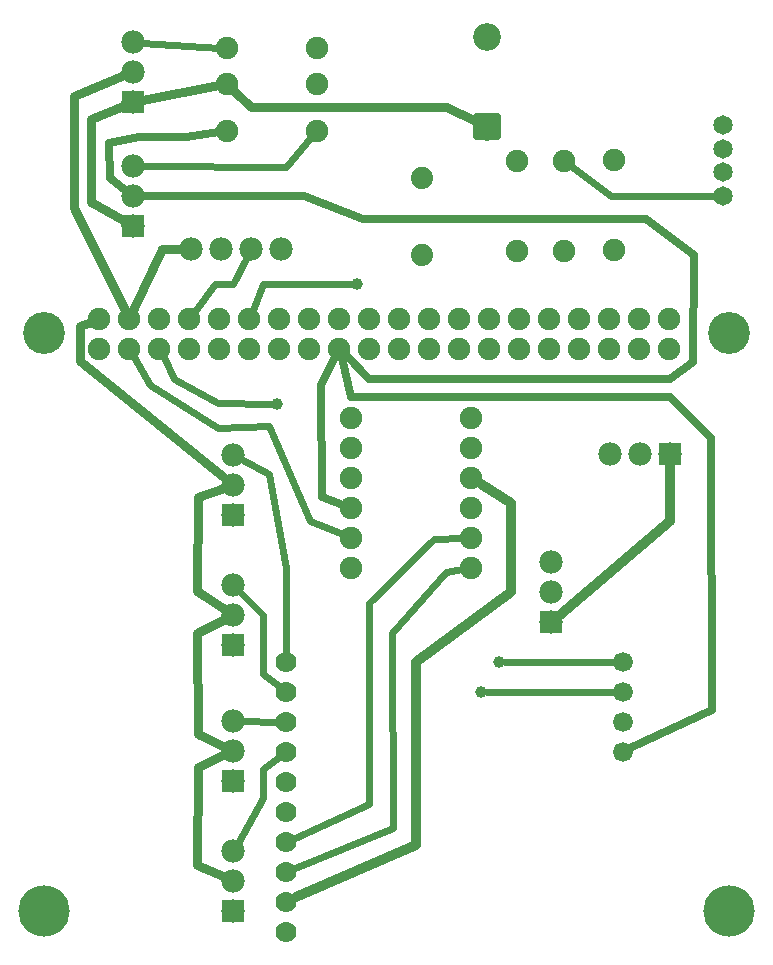
<source format=gbl>
G04 MADE WITH FRITZING*
G04 WWW.FRITZING.ORG*
G04 DOUBLE SIDED*
G04 HOLES PLATED*
G04 CONTOUR ON CENTER OF CONTOUR VECTOR*
%ASAXBY*%
%FSLAX23Y23*%
%MOIN*%
%OFA0B0*%
%SFA1.0B1.0*%
%ADD10C,0.092000*%
%ADD11C,0.171260*%
%ADD12C,0.139764*%
%ADD13C,0.075361*%
%ADD14C,0.074803*%
%ADD15C,0.074000*%
%ADD16C,0.065000*%
%ADD17C,0.066111*%
%ADD18C,0.078000*%
%ADD19C,0.075000*%
%ADD20C,0.070000*%
%ADD21C,0.039370*%
%ADD22R,0.078000X0.078000*%
%ADD23C,0.030000*%
%ADD24C,0.024000*%
%ADD25C,0.032000*%
%ADD26C,0.026000*%
%ADD27C,0.020000*%
%LNCOPPER0*%
G90*
G70*
G54D10*
X1615Y2821D03*
X1615Y3121D03*
X1615Y2821D03*
X1615Y3121D03*
G54D11*
X139Y205D03*
G54D12*
X139Y2134D03*
X2422Y2134D03*
G54D11*
X2422Y205D03*
G54D13*
X323Y2081D03*
X423Y2081D03*
X523Y2081D03*
X623Y2081D03*
X723Y2081D03*
X823Y2081D03*
X923Y2081D03*
X1023Y2081D03*
X1123Y2081D03*
X1223Y2081D03*
X1323Y2081D03*
X1423Y2081D03*
X1523Y2081D03*
X1623Y2081D03*
X1723Y2081D03*
X1823Y2081D03*
X1923Y2081D03*
X2023Y2081D03*
X2123Y2081D03*
X2223Y2081D03*
X2223Y2181D03*
X2123Y2181D03*
X2023Y2181D03*
X1923Y2181D03*
X1823Y2181D03*
X1723Y2181D03*
X1623Y2181D03*
X1523Y2181D03*
X1423Y2181D03*
X1323Y2181D03*
X1223Y2181D03*
X1123Y2181D03*
X1023Y2181D03*
X923Y2181D03*
X823Y2181D03*
X723Y2181D03*
X623Y2181D03*
X523Y2181D03*
X423Y2181D03*
X323Y2181D03*
G54D14*
X1163Y1350D03*
X1163Y1850D03*
X1163Y1750D03*
X1163Y1650D03*
X1163Y1550D03*
X1163Y1450D03*
X1563Y1350D03*
X1563Y1850D03*
X1563Y1750D03*
X1563Y1650D03*
X1563Y1550D03*
X1563Y1450D03*
X1163Y1350D03*
X1163Y1850D03*
X1163Y1750D03*
X1163Y1650D03*
X1163Y1550D03*
X1163Y1450D03*
X1563Y1350D03*
X1563Y1850D03*
X1563Y1750D03*
X1563Y1650D03*
X1563Y1550D03*
X1563Y1450D03*
G54D15*
X1399Y2393D03*
X1399Y2649D03*
X1399Y2393D03*
X1399Y2649D03*
X1399Y2393D03*
X1399Y2649D03*
G54D16*
X2403Y2590D03*
X2403Y2669D03*
X2403Y2747D03*
X2403Y2826D03*
X2403Y2590D03*
X2403Y2669D03*
X2403Y2747D03*
X2403Y2826D03*
G54D17*
X2068Y1038D03*
X2068Y938D03*
X2068Y738D03*
X2068Y838D03*
X2068Y1038D03*
X2068Y938D03*
X2068Y738D03*
X2068Y838D03*
G54D18*
X928Y2413D03*
X828Y2413D03*
X728Y2413D03*
X628Y2413D03*
X928Y2413D03*
X828Y2413D03*
X728Y2413D03*
X628Y2413D03*
G54D19*
X1049Y3082D03*
X749Y3082D03*
X1049Y3082D03*
X749Y3082D03*
X749Y2964D03*
X1049Y2964D03*
X749Y2964D03*
X1049Y2964D03*
X749Y2806D03*
X1049Y2806D03*
X749Y2806D03*
X1049Y2806D03*
X2039Y2410D03*
X2039Y2710D03*
X2039Y2410D03*
X2039Y2710D03*
X1871Y2408D03*
X1871Y2708D03*
X1871Y2408D03*
X1871Y2708D03*
X1714Y2408D03*
X1714Y2708D03*
X1714Y2408D03*
X1714Y2708D03*
G54D18*
X434Y2491D03*
X434Y2591D03*
X434Y2691D03*
X434Y2491D03*
X434Y2591D03*
X434Y2691D03*
X434Y2903D03*
X434Y3003D03*
X434Y3103D03*
X434Y2903D03*
X434Y3003D03*
X434Y3103D03*
X769Y208D03*
X769Y308D03*
X769Y408D03*
X769Y208D03*
X769Y308D03*
X769Y408D03*
X769Y641D03*
X769Y741D03*
X769Y841D03*
X769Y641D03*
X769Y741D03*
X769Y841D03*
X769Y1094D03*
X769Y1194D03*
X769Y1294D03*
X769Y1094D03*
X769Y1194D03*
X769Y1294D03*
X769Y1527D03*
X769Y1627D03*
X769Y1727D03*
X769Y1527D03*
X769Y1627D03*
X769Y1727D03*
G54D20*
X946Y1038D03*
X946Y938D03*
X946Y838D03*
X946Y738D03*
X946Y638D03*
X946Y538D03*
X946Y438D03*
X946Y338D03*
X946Y238D03*
X946Y138D03*
X946Y1038D03*
X946Y938D03*
X946Y838D03*
X946Y738D03*
X946Y638D03*
X946Y538D03*
X946Y438D03*
X946Y338D03*
X946Y238D03*
X946Y138D03*
G54D21*
X916Y1898D03*
X1655Y1035D03*
X1596Y936D03*
G54D18*
X1830Y1171D03*
X1830Y1271D03*
X1830Y1371D03*
X1830Y1171D03*
X1830Y1271D03*
X1830Y1371D03*
X2226Y1730D03*
X2126Y1730D03*
X2026Y1730D03*
X2226Y1730D03*
X2126Y1730D03*
X2026Y1730D03*
G54D21*
X1182Y2295D03*
G54D22*
X434Y2491D03*
X434Y2491D03*
X434Y2903D03*
X434Y2903D03*
X769Y208D03*
X769Y208D03*
X769Y641D03*
X769Y641D03*
X769Y1094D03*
X769Y1094D03*
X769Y1527D03*
X769Y1527D03*
X1830Y1171D03*
X1830Y1171D03*
X2226Y1730D03*
X2226Y1730D03*
G54D23*
X650Y1272D02*
X744Y1210D01*
D02*
X651Y1586D02*
X650Y1272D01*
D02*
X740Y1617D02*
X651Y1586D01*
D02*
X651Y798D02*
X650Y1132D01*
D02*
X650Y1132D02*
X742Y1180D01*
D02*
X742Y754D02*
X651Y798D01*
D02*
X827Y2885D02*
X773Y2940D01*
D02*
X1478Y2885D02*
X827Y2885D01*
D02*
X1577Y2839D02*
X1478Y2885D01*
G54D24*
D02*
X2028Y2589D02*
X1894Y2691D01*
D02*
X2379Y2590D02*
X2028Y2589D01*
G54D23*
D02*
X650Y361D02*
X736Y323D01*
D02*
X651Y688D02*
X650Y361D01*
D02*
X736Y727D02*
X651Y688D01*
G54D24*
D02*
X946Y1349D02*
X946Y1069D01*
D02*
X887Y1663D02*
X946Y1349D01*
D02*
X795Y1713D02*
X887Y1663D01*
D02*
X867Y996D02*
X921Y956D01*
D02*
X868Y1192D02*
X867Y996D01*
D02*
X790Y1272D02*
X868Y1192D01*
D02*
X799Y841D02*
X915Y838D01*
D02*
X867Y681D02*
X921Y720D01*
D02*
X868Y582D02*
X867Y681D01*
D02*
X784Y434D02*
X868Y582D01*
D02*
X1221Y563D02*
X974Y451D01*
D02*
X1221Y1232D02*
X1221Y563D01*
D02*
X1438Y1445D02*
X1221Y1232D01*
D02*
X1533Y1449D02*
X1438Y1445D01*
D02*
X493Y1959D02*
X439Y2054D01*
D02*
X719Y1818D02*
X493Y1959D01*
D02*
X887Y1822D02*
X719Y1818D01*
D02*
X1024Y1508D02*
X887Y1822D01*
D02*
X1135Y1462D02*
X1024Y1508D01*
D02*
X897Y1898D02*
X719Y1899D01*
D02*
X719Y1899D02*
X571Y1980D01*
D02*
X571Y1980D02*
X537Y2053D01*
G54D25*
D02*
X1694Y1270D02*
X1694Y1566D01*
D02*
X1694Y1566D02*
X1594Y1631D01*
D02*
X1380Y1036D02*
X1694Y1270D01*
D02*
X1379Y426D02*
X1380Y1036D01*
D02*
X979Y252D02*
X1379Y426D01*
G54D24*
D02*
X770Y2295D02*
X708Y2295D01*
D02*
X708Y2295D02*
X642Y2206D01*
D02*
X815Y2386D02*
X770Y2295D01*
G54D23*
D02*
X531Y2414D02*
X592Y2413D01*
D02*
X439Y2215D02*
X531Y2414D01*
G54D26*
D02*
X1222Y1981D02*
X1145Y2059D01*
D02*
X2224Y1981D02*
X1222Y1981D01*
D02*
X2303Y2035D02*
X2224Y1981D01*
D02*
X2305Y2393D02*
X2303Y2035D01*
D02*
X1202Y2513D02*
X2146Y2513D01*
D02*
X2146Y2513D02*
X2305Y2393D01*
D02*
X464Y2591D02*
X1005Y2590D01*
D02*
X1005Y2590D02*
X1202Y2513D01*
G54D23*
D02*
X295Y2570D02*
X403Y2509D01*
D02*
X295Y2846D02*
X295Y2570D01*
D02*
X401Y2890D02*
X295Y2846D01*
G54D24*
D02*
X721Y3084D02*
X464Y3101D01*
G54D26*
D02*
X611Y2788D02*
X721Y2803D01*
D02*
X454Y2788D02*
X611Y2788D01*
D02*
X354Y2766D02*
X454Y2788D01*
D02*
X357Y2649D02*
X354Y2766D01*
D02*
X410Y2610D02*
X357Y2649D01*
G54D24*
D02*
X946Y2687D02*
X1030Y2785D01*
D02*
X464Y2691D02*
X946Y2687D01*
D02*
X1477Y1337D02*
X1533Y1345D01*
D02*
X1300Y1132D02*
X1477Y1337D01*
D02*
X1302Y482D02*
X1300Y1132D01*
D02*
X975Y350D02*
X1302Y482D01*
D02*
X2041Y1038D02*
X1674Y1035D01*
D02*
X2041Y938D02*
X1615Y936D01*
G54D26*
D02*
X2363Y1782D02*
X2224Y1919D01*
D02*
X1694Y1920D02*
X1163Y1920D01*
D02*
X1163Y1920D02*
X1131Y2051D01*
D02*
X2224Y1919D02*
X1694Y1920D01*
D02*
X2365Y877D02*
X2363Y1782D01*
D02*
X2093Y750D02*
X2365Y877D01*
D02*
X1064Y1585D02*
X1134Y1560D01*
D02*
X1063Y1959D02*
X1064Y1585D01*
D02*
X1109Y2053D02*
X1063Y1959D01*
G54D25*
D02*
X2225Y1505D02*
X1858Y1194D01*
D02*
X2225Y1695D02*
X2225Y1505D01*
G54D23*
D02*
X258Y2039D02*
X257Y2156D01*
D02*
X257Y2156D02*
X294Y2170D01*
D02*
X745Y1646D02*
X258Y2039D01*
G54D24*
D02*
X868Y2295D02*
X1163Y2295D01*
D02*
X835Y2211D02*
X868Y2295D01*
G54D23*
D02*
X237Y2549D02*
X409Y2209D01*
D02*
X237Y2924D02*
X237Y2549D01*
D02*
X406Y2992D02*
X237Y2924D01*
D02*
X721Y2959D02*
X464Y2909D01*
G54D27*
X1651Y2785D02*
X1579Y2785D01*
X1579Y2857D01*
X1651Y2857D01*
X1651Y2785D01*
D02*
X1651Y2785D02*
X1579Y2785D01*
X1579Y2857D01*
X1651Y2857D01*
X1651Y2785D01*
D02*
G04 End of Copper0*
M02*
</source>
